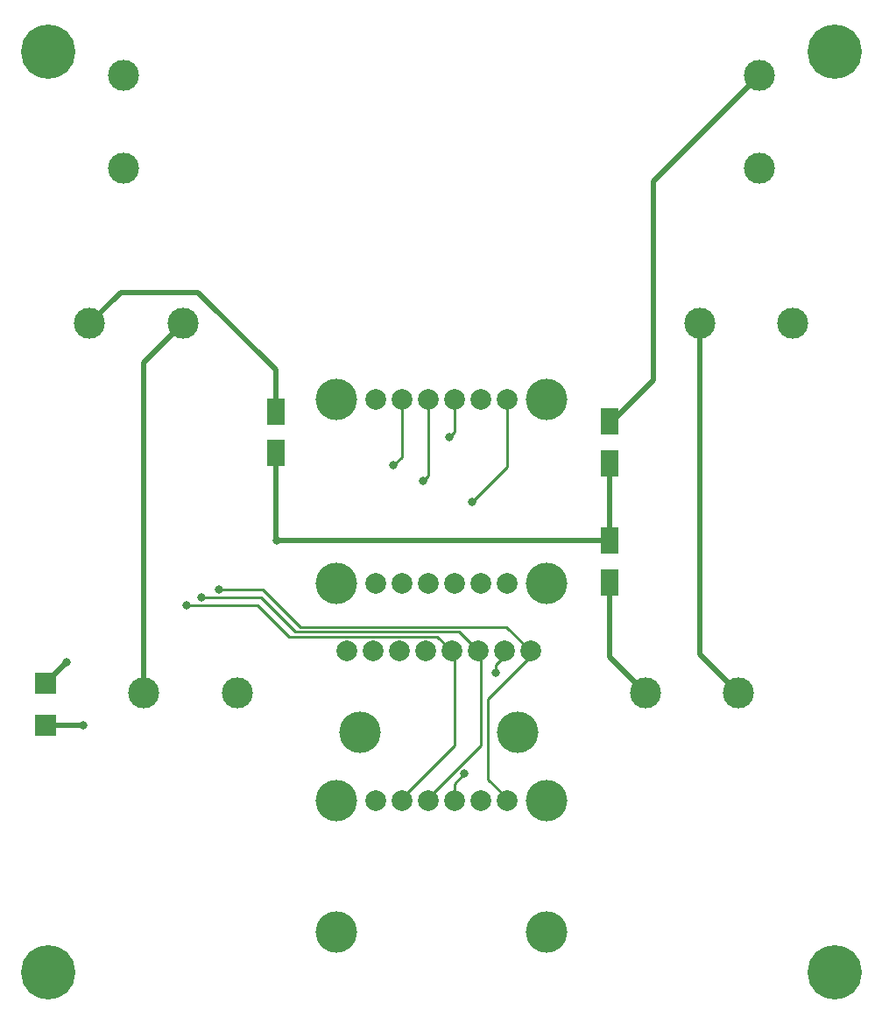
<source format=gbr>
%TF.GenerationSoftware,KiCad,Pcbnew,(5.1.10)-1*%
%TF.CreationDate,2022-06-07T20:30:13-07:00*%
%TF.ProjectId,solar-panel-WithCutout,736f6c61-722d-4706-916e-656c2d576974,1.1*%
%TF.SameCoordinates,Original*%
%TF.FileFunction,Copper,L1,Top*%
%TF.FilePolarity,Positive*%
%FSLAX46Y46*%
G04 Gerber Fmt 4.6, Leading zero omitted, Abs format (unit mm)*
G04 Created by KiCad (PCBNEW (5.1.10)-1) date 2022-06-07 20:30:13*
%MOMM*%
%LPD*%
G01*
G04 APERTURE LIST*
%TA.AperFunction,SMDPad,CuDef*%
%ADD10R,2.000000X2.000000*%
%TD*%
%TA.AperFunction,ComponentPad*%
%ADD11C,5.250000*%
%TD*%
%TA.AperFunction,SMDPad,CuDef*%
%ADD12R,1.700000X2.500000*%
%TD*%
%TA.AperFunction,SMDPad,CuDef*%
%ADD13C,4.000000*%
%TD*%
%TA.AperFunction,SMDPad,CuDef*%
%ADD14C,2.000000*%
%TD*%
%TA.AperFunction,ComponentPad*%
%ADD15C,3.000000*%
%TD*%
%TA.AperFunction,ViaPad*%
%ADD16C,0.800000*%
%TD*%
%TA.AperFunction,Conductor*%
%ADD17C,0.250000*%
%TD*%
%TA.AperFunction,Conductor*%
%ADD18C,0.500000*%
%TD*%
G04 APERTURE END LIST*
D10*
%TO.P,J7,1*%
%TO.N,GND*%
X103224999Y-119325001D03*
%TD*%
%TO.P,J6,1*%
%TO.N,VSOLAR*%
X103224999Y-115275001D03*
%TD*%
D11*
%TO.P,J5,1*%
%TO.N,Net-(J5-Pad1)*%
X179500000Y-143230000D03*
%TD*%
%TO.P,J4,1*%
%TO.N,Net-(J4-Pad1)*%
X179500000Y-54230000D03*
%TD*%
%TO.P,J3,1*%
%TO.N,Net-(J3-Pad1)*%
X103500000Y-143230000D03*
%TD*%
%TO.P,J2,1*%
%TO.N,Net-(J2-Pad1)*%
X103500000Y-54230000D03*
%TD*%
D12*
%TO.P,D3,2*%
%TO.N,Net-(D3-Pad2)*%
X157750000Y-90000000D03*
%TO.P,D3,1*%
%TO.N,VSOLAR*%
X157750000Y-94000000D03*
%TD*%
%TO.P,D2,2*%
%TO.N,Net-(D2-Pad2)*%
X157750000Y-105500000D03*
%TO.P,D2,1*%
%TO.N,VSOLAR*%
X157750000Y-101500000D03*
%TD*%
%TO.P,D1,2*%
%TO.N,Net-(D1-Pad2)*%
X125500000Y-89000000D03*
%TO.P,D1,1*%
%TO.N,VSOLAR*%
X125500000Y-93000000D03*
%TD*%
D13*
%TO.P,U3,9*%
%TO.N,Net-(U3-Pad9)*%
X148870000Y-120060000D03*
%TO.P,U3,10*%
%TO.N,Net-(U3-Pad10)*%
X133630000Y-120060000D03*
D14*
%TO.P,U3,3*%
%TO.N,SCL*%
X145060000Y-112186000D03*
%TO.P,U3,4*%
%TO.N,SDA*%
X142520000Y-112186000D03*
%TO.P,U3,1*%
%TO.N,+3V3*%
X150140000Y-112186000D03*
%TO.P,U3,2*%
%TO.N,GND*%
X147600000Y-112186000D03*
%TO.P,U3,8*%
%TO.N,Net-(U3-Pad8)*%
X132360000Y-112186000D03*
%TO.P,U3,7*%
%TO.N,Net-(U3-Pad7)*%
X134900000Y-112186000D03*
%TO.P,U3,6*%
%TO.N,Net-(U3-Pad6)*%
X137440000Y-112186000D03*
%TO.P,U3,5*%
%TO.N,Net-(U3-Pad5)*%
X139980000Y-112186000D03*
%TD*%
%TO.P,U2,11*%
%TO.N,Net-(U2-Pad11)*%
X137690000Y-105640000D03*
%TO.P,U2,12*%
%TO.N,Net-(U2-Pad12)*%
X135150000Y-105640000D03*
D13*
%TO.P,U2,16*%
%TO.N,Net-(U2-Pad16)*%
X131340000Y-105640000D03*
D14*
%TO.P,U2,7*%
%TO.N,Net-(U2-Pad7)*%
X147850000Y-105640000D03*
D13*
%TO.P,U2,15*%
%TO.N,Net-(U2-Pad15)*%
X151660000Y-105640000D03*
D14*
%TO.P,U2,8*%
%TO.N,Net-(U2-Pad8)*%
X145310000Y-105640000D03*
%TO.P,U2,9*%
%TO.N,Net-(U2-Pad9)*%
X142770000Y-105640000D03*
%TO.P,U2,10*%
%TO.N,Net-(U2-Pad10)*%
X140230000Y-105640000D03*
D13*
%TO.P,U2,13*%
%TO.N,Net-(U2-Pad13)*%
X151660000Y-87860000D03*
D14*
%TO.P,U2,2*%
%TO.N,Net-(U2-Pad2)*%
X145310000Y-87860000D03*
%TO.P,U2,3*%
%TO.N,GND*%
X142770000Y-87860000D03*
%TO.P,U2,1*%
%TO.N,+3V3*%
X147850000Y-87860000D03*
%TO.P,U2,6*%
%TO.N,Net-(U2-Pad6)*%
X135150000Y-87860000D03*
%TO.P,U2,5*%
%TO.N,SDA*%
X137690000Y-87860000D03*
%TO.P,U2,4*%
%TO.N,SCL*%
X140230000Y-87860000D03*
D13*
%TO.P,U2,14*%
%TO.N,Net-(U2-Pad14)*%
X131340000Y-87860000D03*
%TD*%
%TO.P,U1,7*%
%TO.N,Net-(U1-Pad7)*%
X151660000Y-139350000D03*
%TO.P,U1,8*%
%TO.N,Net-(U1-Pad8)*%
X131340000Y-139350000D03*
%TO.P,U1,9*%
%TO.N,Net-(U1-Pad9)*%
X151660000Y-126650000D03*
D14*
%TO.P,U1,2*%
%TO.N,Net-(U1-Pad2)*%
X145310000Y-126650000D03*
%TO.P,U1,3*%
%TO.N,GND*%
X142770000Y-126650000D03*
%TO.P,U1,1*%
%TO.N,+3V3*%
X147850000Y-126650000D03*
%TO.P,U1,6*%
%TO.N,Net-(U1-Pad6)*%
X135150000Y-126650000D03*
%TO.P,U1,5*%
%TO.N,SDA*%
X137690000Y-126650000D03*
%TO.P,U1,4*%
%TO.N,SCL*%
X140230000Y-126650000D03*
D13*
%TO.P,U1,10*%
%TO.N,Net-(U1-Pad10)*%
X131340000Y-126650000D03*
%TD*%
D15*
%TO.P,SC6,2*%
%TO.N,GND*%
X110750000Y-56500000D03*
%TO.P,SC6,1*%
%TO.N,Net-(SC5-Pad2)*%
X110750000Y-65500000D03*
%TD*%
%TO.P,SC5,2*%
%TO.N,Net-(SC5-Pad2)*%
X172250000Y-65500000D03*
%TO.P,SC5,1*%
%TO.N,Net-(D3-Pad2)*%
X172250000Y-56500000D03*
%TD*%
%TO.P,SC4,2*%
%TO.N,GND*%
X175500000Y-80500000D03*
%TO.P,SC4,1*%
%TO.N,Net-(SC3-Pad2)*%
X166500000Y-80500000D03*
%TD*%
%TO.P,SC3,2*%
%TO.N,Net-(SC3-Pad2)*%
X170250000Y-116250000D03*
%TO.P,SC3,1*%
%TO.N,Net-(D2-Pad2)*%
X161250000Y-116250000D03*
%TD*%
%TO.P,SC2,2*%
%TO.N,GND*%
X121750000Y-116250000D03*
%TO.P,SC2,1*%
%TO.N,Net-(SC1-Pad2)*%
X112750000Y-116250000D03*
%TD*%
%TO.P,SC1,2*%
%TO.N,Net-(SC1-Pad2)*%
X116500000Y-80500000D03*
%TO.P,SC1,1*%
%TO.N,Net-(D1-Pad2)*%
X107500000Y-80500000D03*
%TD*%
D16*
%TO.N,GND*%
X142250000Y-91500000D03*
X146750000Y-114250000D03*
X143750000Y-124000000D03*
X106924999Y-119325001D03*
%TO.N,+3V3*%
X144500000Y-97750000D03*
X120000000Y-106250000D03*
%TO.N,VSOLAR*%
X125590500Y-101458500D03*
X105250000Y-113250000D03*
%TO.N,SDA*%
X136893500Y-94219500D03*
X116891000Y-107750000D03*
%TO.N,SCL*%
X139751000Y-95680000D03*
X118351500Y-106983000D03*
%TD*%
D17*
%TO.N,GND*%
X142770000Y-88860000D02*
X142770000Y-90980000D01*
X142770000Y-90980000D02*
X142250000Y-91500000D01*
X142250000Y-91500000D02*
X142250000Y-91500000D01*
X147850000Y-112436000D02*
X146750000Y-113536000D01*
X146750000Y-113536000D02*
X146750000Y-114250000D01*
X146750000Y-114250000D02*
X146750000Y-114250000D01*
X142770000Y-126400000D02*
X142770000Y-124980000D01*
X142770000Y-124980000D02*
X143750000Y-124000000D01*
X143750000Y-124000000D02*
X143750000Y-124000000D01*
D18*
X103224999Y-119325001D02*
X106924999Y-119325001D01*
X106924999Y-119325001D02*
X106924999Y-119325001D01*
D17*
%TO.N,+3V3*%
X150390000Y-112436000D02*
X146076000Y-116750000D01*
X147850000Y-126400000D02*
X146000000Y-124550000D01*
X146000000Y-116826000D02*
X146076000Y-116750000D01*
X146000000Y-124550000D02*
X146000000Y-116826000D01*
X147850000Y-94400000D02*
X144500000Y-97750000D01*
X147850000Y-88860000D02*
X147850000Y-94400000D01*
X150390000Y-112436000D02*
X147803980Y-109849980D01*
X147803980Y-109849980D02*
X127849980Y-109849980D01*
X124250000Y-106250000D02*
X120000000Y-106250000D01*
X127849980Y-109849980D02*
X124250000Y-106250000D01*
D18*
%TO.N,VSOLAR*%
X157750000Y-94250000D02*
X157750000Y-101500000D01*
X157750000Y-101500000D02*
X126311000Y-101500000D01*
X125514500Y-101500000D02*
X125500000Y-101485500D01*
X126311000Y-101500000D02*
X125514500Y-101500000D01*
X125500000Y-93000000D02*
X125500000Y-101485500D01*
X103224999Y-115275001D02*
X105250000Y-113250000D01*
%TO.N,Net-(SC1-Pad2)*%
X112750000Y-84250000D02*
X112750000Y-116250000D01*
X116500000Y-80500000D02*
X112750000Y-84250000D01*
%TO.N,Net-(SC3-Pad2)*%
X166500000Y-112500000D02*
X170250000Y-116250000D01*
X166500000Y-80500000D02*
X166500000Y-112500000D01*
%TO.N,Net-(D1-Pad2)*%
X110500000Y-77500000D02*
X107500000Y-80500000D01*
X118000000Y-77500000D02*
X110500000Y-77500000D01*
X125500000Y-85000000D02*
X125500000Y-89000000D01*
X118000000Y-77500000D02*
X125500000Y-85000000D01*
%TO.N,Net-(D2-Pad2)*%
X157750000Y-112750000D02*
X161250000Y-116250000D01*
X157750000Y-105500000D02*
X157750000Y-112750000D01*
D17*
%TO.N,SDA*%
X142770000Y-121320000D02*
X137690000Y-126400000D01*
X142770000Y-112436000D02*
X142770000Y-121320000D01*
X142770000Y-112436000D02*
X141084000Y-110750000D01*
X141084000Y-110750000D02*
X126749998Y-110750000D01*
X126749998Y-110750000D02*
X126749998Y-110749998D01*
X123750000Y-107750000D02*
X123250000Y-107750000D01*
X126749998Y-110749998D02*
X123750000Y-107750000D01*
X137690000Y-93423000D02*
X136893500Y-94219500D01*
X137690000Y-87860000D02*
X137690000Y-93423000D01*
X123250000Y-107750000D02*
X117075010Y-107750000D01*
%TO.N,SCL*%
X121500001Y-106999999D02*
X121500000Y-107000000D01*
X124072999Y-106999999D02*
X121500001Y-106999999D01*
X127372990Y-110299990D02*
X124072999Y-106999999D01*
X143173990Y-110299990D02*
X127372990Y-110299990D01*
X145310000Y-112436000D02*
X143173990Y-110299990D01*
X145310000Y-121320000D02*
X145310000Y-112436000D01*
X140230000Y-126400000D02*
X145310000Y-121320000D01*
X140230000Y-95201000D02*
X139751000Y-95680000D01*
X140230000Y-87860000D02*
X140230000Y-95201000D01*
X118368499Y-106999999D02*
X118351500Y-106983000D01*
X121500001Y-106999999D02*
X118368499Y-106999999D01*
D18*
%TO.N,Net-(D3-Pad2)*%
X162000000Y-66750000D02*
X172250000Y-56500000D01*
X162000000Y-86000000D02*
X162000000Y-66750000D01*
X157750000Y-90250000D02*
X162000000Y-86000000D01*
%TD*%
M02*

</source>
